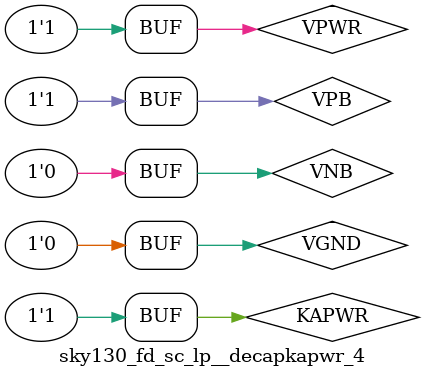
<source format=v>
/*
 * Copyright 2020 The SkyWater PDK Authors
 *
 * Licensed under the Apache License, Version 2.0 (the "License");
 * you may not use this file except in compliance with the License.
 * You may obtain a copy of the License at
 *
 *     https://www.apache.org/licenses/LICENSE-2.0
 *
 * Unless required by applicable law or agreed to in writing, software
 * distributed under the License is distributed on an "AS IS" BASIS,
 * WITHOUT WARRANTIES OR CONDITIONS OF ANY KIND, either express or implied.
 * See the License for the specific language governing permissions and
 * limitations under the License.
 *
 * SPDX-License-Identifier: Apache-2.0
*/


`ifndef SKY130_FD_SC_LP__DECAPKAPWR_4_TIMING_V
`define SKY130_FD_SC_LP__DECAPKAPWR_4_TIMING_V

/**
 * decapkapwr: Decoupling capacitance filler on keep-alive rail.
 *
 * Verilog simulation timing model.
 */

`timescale 1ns / 1ps
`default_nettype none

`celldefine
module sky130_fd_sc_lp__decapkapwr_4 ();

    // Module supplies
    supply1 KAPWR;
    supply1 VPWR ;
    supply0 VGND ;
    supply1 VPB  ;
    supply0 VNB  ;
     // No contents.
endmodule
`endcelldefine

`default_nettype wire
`endif  // SKY130_FD_SC_LP__DECAPKAPWR_4_TIMING_V

</source>
